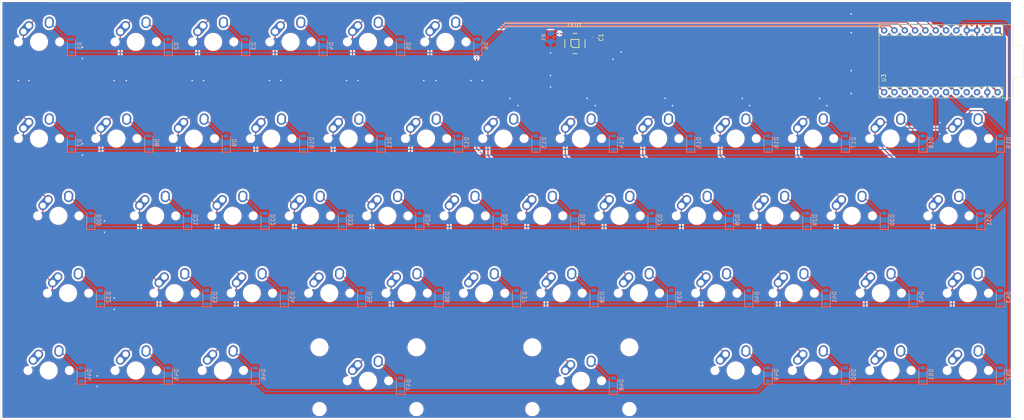
<source format=kicad_pcb>
(kicad_pcb (version 20240108) (generator "pcbnew") (generator_version "8.0")
  (layers (0 "F.Cu" signal) (31 "B.Cu" signal) (34 "B.Paste" user) (35 "F.Paste" user) (36 "B.SilkS" user "B.Silkscreen") (37 "F.SilkS" user "F.Silkscreen") (38 "B.Mask" user) (39 "F.Mask" user) (44 "Edge.Cuts" user))
  (net 0 "")
  (net 1 "ROW0")
  (net 2 "Net-(D1-A)")
  (net 3 "Net-(D2-A)")
  (net 4 "Net-(D3-A)")
  (net 5 "Net-(D4-A)")
  (net 6 "Net-(D5-A)")
  (net 7 "Net-(D6-A)")
  (net 8 "ROW1")
  (net 9 "Net-(D7-A)")
  (net 10 "Net-(D8-A)")
  (net 11 "Net-(D9-A)")
  (net 12 "Net-(D10-A)")
  (net 13 "Net-(D11-A)")
  (net 14 "Net-(D12-A)")
  (net 15 "Net-(D13-A)")
  (net 16 "Net-(D14-A)")
  (net 17 "Net-(D15-A)")
  (net 18 "Net-(D16-A)")
  (net 19 "Net-(D17-A)")
  (net 20 "Net-(D18-A)")
  (net 21 "Net-(D19-A)")
  (net 22 "Net-(D20-A)")
  (net 23 "ROW2")
  (net 24 "Net-(D21-A)")
  (net 25 "Net-(D22-A)")
  (net 26 "Net-(D23-A)")
  (net 27 "Net-(D24-A)")
  (net 28 "Net-(D25-A)")
  (net 29 "Net-(D26-A)")
  (net 30 "Net-(D27-A)")
  (net 31 "Net-(D28-A)")
  (net 32 "Net-(D29-A)")
  (net 33 "Net-(D30-A)")
  (net 34 "Net-(D31-A)")
  (net 35 "ROW3")
  (net 36 "Net-(D32-A)")
  (net 37 "Net-(D33-A)")
  (net 38 "Net-(D34-A)")
  (net 39 "Net-(D35-A)")
  (net 40 "Net-(D36-A)")
  (net 41 "Net-(D37-A)")
  (net 42 "Net-(D38-A)")
  (net 43 "Net-(D39-A)")
  (net 44 "Net-(D40-A)")
  (net 45 "Net-(D41-A)")
  (net 46 "Net-(D42-A)")
  (net 47 "Net-(D43-A)")
  (net 48 "Net-(D44-A)")
  (net 49 "ROW4")
  (net 50 "Net-(D45-A)")
  (net 51 "Net-(D46-A)")
  (net 52 "Net-(D47-A)")
  (net 53 "Net-(D48-A)")
  (net 54 "Net-(D49-A)")
  (net 55 "Net-(D50-A)")
  (net 56 "Net-(D51-A)")
  (net 57 "Net-(D52-A)")
  (net 58 "COL0")
  (net 59 "COL1")
  (net 60 "COL2")
  (net 61 "COL3")
  (net 62 "COL4")
  (net 63 "COL5")
  (net 64 "COL6")
  (net 65 "COL7")
  (net 66 "COL8")
  (net 67 "COL9")
  (net 68 "COL10")
  (net 69 "COL11")
  (net 70 "GND")
  (net 71 "+5V")
  (net 72 "RGBDATA")
  (net 75 "Net-(LED1-DOUT)")
  (footprint "hybrids:MX-1U-NoLED" (layer "F.Cu") (at 228.6 119.0625)
    (property "Reference" "MX50")
    (property "Value" "MX-NoLED")
  )
  (footprint "hybrids:MX-1U-NoLED" (layer "F.Cu") (at 180.975 80.9625)
    (property "Reference" "MX27")
    (property "Value" "MX-NoLED")
  )
  (footprint "hybrids:MX-1U-NoLED" (layer "F.Cu") (at 61.9125 119.0625)
    (property "Reference" "MX45")
    (property "Value" "MX-NoLED")
  )
  (footprint "hybrids:MX-1U-NoLED" (layer "F.Cu") (at 185.7375 100.0125)
    (property "Reference" "MX39")
    (property "Value" "MX-NoLED")
  )
  (footprint "hybrids:MX-1U-NoLED" (layer "F.Cu") (at 76.2 61.9125)
    (property "Reference" "MX9")
    (property "Value" "MX-NoLED")
  )
  (footprint "hybrids:MX-1U-NoLED" (layer "F.Cu") (at 90.4875 100.0125)
    (property "Reference" "MX34")
    (property "Value" "MX-NoLED")
  )
  (footprint "hybrids:MX-1U-NoLED" (layer "F.Cu") (at 109.5375 100.0125)
    (property "Reference" "MX35")
    (property "Value" "MX-NoLED")
  )
  (footprint "hybrids:MX-1.5U-NoLED" (layer "F.Cu") (at 42.8625 80.9625)
    (property "Reference" "MX20")
    (property "Value" "MX-NoLED")
  )
  (footprint "hybrids:MX-1U-NoLED" (layer "F.Cu") (at 200.025 80.9625)
    (property "Reference" "MX28")
    (property "Value" "MX-NoLED")
  )
  (footprint "hybrids:MX-1U-NoLED" (layer "F.Cu") (at 238.125 80.9625)
    (property "Reference" "MX30")
    (property "Value" "MX-NoLED")
  )
  (footprint "hybrids:MX-1U-NoLED" (layer "F.Cu") (at 71.4375 100.0125)
    (property "Reference" "MX33")
    (property "Value" "MX-NoLED")
  )
  (footprint "hybrids:MX-1U-NoLED" (layer "F.Cu") (at 138.1125 38.1)
    (property "Reference" "MX6")
    (property "Value" "MX-NoLED")
  )
  (footprint "hybrids:MX-1U-NoLED" (layer "F.Cu") (at 171.45 61.9125)
    (property "Reference" "MX14")
    (property "Value" "MX-NoLED")
  )
  (footprint "hybrids:MX-1U-NoLED" (layer "F.Cu") (at 80.9625 38.1)
    (property "Reference" "MX3")
    (property "Value" "MX-NoLED")
  )
  (footprint "hybrids:MX-1U-NoLED" (layer "F.Cu") (at 85.725 80.9625)
    (property "Reference" "MX22")
    (property "Value" "MX-NoLED")
  )
  (footprint "hybrids:MX-1U-NoLED" (layer "F.Cu") (at 204.7875 100.0125)
    (property "Reference" "MX40")
    (property "Value" "MX-NoLED")
  )
  (footprint "hybrids:MX-1U-NoLED" (layer "F.Cu") (at 223.8375 100.0125)
    (property "Reference" "MX41")
    (property "Value" "MX-NoLED")
  )
  (footprint "hybrids:MX-1U-NoLED" (layer "F.Cu") (at 161.925 80.9625)
    (property "Reference" "MX26")
    (property "Value" "MX-NoLED")
  )
  (footprint "hybrids:MX-1U-NoLED" (layer "F.Cu") (at 57.15 61.9125)
    (property "Reference" "MX8")
    (property "Value" "MX-NoLED")
  )
  (footprint "hybrids:MX-2.75U-ReversedStabilizers-NoLED" (layer "F.Cu") (at 171.45 121.6025)
    (property "Reference" "MX48")
    (property "Value" "MX-NoLED")
  )
  (footprint "hybrids:MX-1U-NoLED" (layer "F.Cu") (at 100.0125 38.1)
    (property "Reference" "MX4")
    (property "Value" "MX-NoLED")
  )
  (footprint "Capacitor_SMD:C_0603_1608Metric_Pad1.08x0.95mm_HandSolder" (layer "F.Cu") (at 175 37 -90)
    (property "Reference" "C1")
    (property "Value" "C_Small")
  )
  (footprint "hybrids:MX-1U-NoLED" (layer "F.Cu") (at 166.6875 100.0125)
    (property "Reference" "MX38")
    (property "Value" "MX-NoLED")
  )
  (footprint "hybrids:MX-1U-NoLED" (layer "F.Cu") (at 104.775 80.9625)
    (property "Reference" "MX23")
    (property "Value" "MX-NoLED")
  )
  (footprint "hybrids:MX-1U-NoLED" (layer "F.Cu") (at 266.7 119.0625)
    (property "Reference" "MX52")
    (property "Value" "MX-NoLED")
  )
  (footprint "hybrids:MX-1U-NoLED" (layer "F.Cu") (at 228.6 61.9125)
    (property "Reference" "MX17")
    (property "Value" "MX-NoLED")
  )
  (footprint "hybrids:MX-1U-NoLED" (layer "F.Cu") (at 123.825 80.9625)
    (property "Reference" "MX24")
    (property "Value" "MX-NoLED")
  )
  (footprint "hybrids:MX-1U-NoLED" (layer "F.Cu") (at 95.25 61.9125)
    (property "Reference" "MX10")
    (property "Value" "MX-NoLED")
  )
  (footprint "hybrids:MX-1U-NoLED" (layer "F.Cu") (at 266.7 61.9125)
    (property "Reference" "MX19")
    (property "Value" "MX-NoLED")
  )
  (footprint "hybrids:MX-1U-NoLED" (layer "F.Cu") (at 38.1 61.9125)
    (property "Reference" "MX7")
    (property "Value" "MX-NoLED")
  )
  (footprint "ws2812:WS2812B" (layer "F.Cu") (at 170 38.5)
    (property "Reference" "LED1")
    (property "Value" "WS2812B" (hide yes))
  )
  (footprint "hybrids:MX-1U-NoLED" (layer "F.Cu") (at 209.55 61.9125)
    (property "Reference" "MX16")
    (property "Value" "MX-NoLED")
  )
  (footprint "hybrids:MX-1U-NoLED" (layer "F.Cu") (at 219.075 80.9625)
    (property "Reference" "MX29")
    (property "Value" "MX-NoLED")
  )
  (footprint "hybrids:MX-1.25U-NoLED" (layer "F.Cu") (at 83.34375 119.0625)
    (property "Reference" "MX46")
    (property "Value" "MX-NoLED")
  )
  (footprint "hybrids:MX-1U-NoLED" (layer "F.Cu") (at 114.3 61.9125)
    (property "Reference" "MX11")
    (property "Value" "MX-NoLED")
  )
  (footprint "hybrids:MX-1.5U-NoLED" (layer "F.Cu") (at 261.9375 80.9625)
    (property "Reference" "MX31")
    (property "Value" "MX-NoLED")
  )
  (footprint "hybrids:MX-1.25U-NoLED" (layer "F.Cu") (at 245.26875 100.0125)
    (property "Reference" "MX42")
    (property "Value" "MX-NoLED")
  )
  (footprint "hybrids:MX-1U-NoLED" (layer "F.Cu") (at 147.6375 100.0125)
    (property "Reference" "MX37")
    (property "Value" "MX-NoLED")
  )
  (footprint "hybrids:MX-1U-NoLED" (layer "F.Cu") (at 142.875 80.9625)
    (property "Reference" "MX25")
    (property "Value" "MX-NoLED")
  )
  (footprint "hybrids:MX-1U-NoLED" (layer "F.Cu") (at 128.5875 100.0125)
    (property "Reference" "MX36")
    (property "Value" "MX-NoLED")
  )
  (footprint "hybrids:MX-1U-NoLED" (layer "F.Cu") (at 247.65 61.9125)
    (property "Reference" "MX18")
    (property "Value" "MX-NoLED")
  )
  (footprint "hybrids:MX-1U-NoLED" (layer "F.Cu") (at 266.7 100.0125)
    (property "Reference" "MX43")
    (property "Value" "MX-NoLED")
  )
  (footprint "hybrids:MX-1U-NoLED" (layer "F.Cu") (at 38.1 38.1)
    (property "Reference" "MX1")
    (property "Value" "MX-NoLED")
  )
  (footprint "arduino:Sparkfun_Pro_Micro" (layer "F.Cu") (at 246.1 50.5 90)
    (property "Reference" "U3")
    (property "Value" "Sparkfun_Pro_Micro")
  )
  (footprint "hybrids:MX-1U-NoLED" (layer "F.Cu") (at 133.35 61.9125)
    (property "Reference" "MX12")
    (property "Value" "MX-NoLED")
  )
  (footprint "hybrids:MX-1U-NoLED" (layer "F.Cu") (at 190.5 61.9125)
    (property "Reference" "MX15")
    (property "Value" "MX-NoLED")
  )
  (footprint "hybrids:MX-1U-NoLED" (layer "F.Cu") (at 209.55 119.0625)
    (property "Reference" "MX49")
    (property "Value" "MX-NoLED")
  )
  (footprint "hybrids:MX-2.25U-ReversedStabilizers-NoLED" (layer "F.Cu") (at 119.0625 121.6025)
    (property "Reference" "MX47")
    (property "Value" "MX-NoLED")
  )
  (footprint "hybrids:MX-1U-NoLED" (layer "F.Cu") (at 119.0625 38.1)
    (property "Reference" "MX5")
    (property "Value" "MX-NoLED")
  )
  (footprint "hybrids:MX-1U-NoLED" (layer "F.Cu") (at 152.4 61.9125)
    (property "Reference" "MX13")
    (property "Value" "MX-NoLED")
  )
  (footprint "hybrids:MX-1U-NoLED" (layer "F.Cu") (at 61.9125 38.1)
    (property "Reference" "MX2")
    (property "Value" "MX-NoLED")
  )
  (footprint "hybrids:MX-1U-NoLED" (layer "F.Cu") (at 66.675 80.9625)
    (property "Reference" "MX21")
    (property "Value" "MX-NoLED")
  )
  (footprint "hybrids:MX-1U-NoLED" (layer "F.Cu") (at 247.65 119.0625)
    (property "Reference" "MX51")
    (property "Value" "MX-NoLED")
  )
  (footprint "hybrids:MX-1.75U-NoLED" (layer "F.Cu") (at 45.24375 100.0125)
    (property "Reference" "MX32")
    (property "Value" "MX-NoLED")
  )
  (footprint "hybrids:MX-1.25U-NoLED" (layer "F.Cu") (at 40.48125 119.0625)
    (property "Reference" "MX44")
    (property "Value" "MX-NoLED")
  )
  (footprint "Diode_SMD:D_SOD-123" (layer "B.Cu") (at 91.34375 120.0625 90)
    (property "Reference" "D46")
    (property "Value" "D_Small")
  )
  (footprint "Diode_SMD:D_SOD-123" (layer "B.Cu") (at 212.7875 101.0125 90)
    (property "Reference" "D40")
    (property "Value" "D_Small")
  )
  (footprint "Diode_SMD:D_SOD-123" (layer "B.Cu") (at 46.1 39.1 90)
    (property "Reference" "D1")
    (property "Value" "D_Small")
  )
  (footprint "Diode_SMD:D_SOD-123" (layer "B.Cu") (at 136.5875 101.0125 90)
    (property "Reference" "D36")
    (property "Value" "D_Small")
  )
  (footprint "Diode_SMD:D_SOD-123" (layer "B.Cu") (at 217.55 120.0625 90)
    (property "Reference" "D49")
    (property "Value" "D_Small")
  )
  (footprint "Diode_SMD:D_SOD-123" (layer "B.Cu") (at 160.4 62.9125 90)
    (property "Reference" "D13")
    (property "Value" "D_Small")
  )
  (footprint "Diode_SMD:D_SOD-123" (layer "B.Cu") (at 50.8625 81.9625 90)
    (property "Reference" "D20")
    (property "Value" "D_Small")
  )
  (footprint "Diode_SMD:D_SOD-123" (layer "B.Cu") (at 103.25 62.9125 90)
    (property "Reference" "D10")
    (property "Value" "D_Small")
  )
  (footprint "Diode_SMD:D_SOD-123" (layer "B.Cu") (at 217.55 62.9125 90)
    (property "Reference" "D16")
    (property "Value" "D_Small")
  )
  (footprint "Diode_SMD:D_SOD-123" (layer "B.Cu") (at 117.5375 101.0125 90)
    (property "Reference" "D35")
    (property "Value" "D_Small")
  )
  (footprint "Diode_SMD:D_SOD-123" (layer "B.Cu") (at 84.2 62.9125 90)
    (property "Reference" "D9")
    (property "Value" "D_Small")
  )
  (footprint "Diode_SMD:D_SOD-123" (layer "B.Cu") (at 236.6 62.9125 90)
    (property "Reference" "D17")
    (property "Value" "D_Small")
  )
  (footprint "Diode_SMD:D_SOD-123" (layer "B.Cu") (at 127.0625 39.1 90)
    (property "Reference" "D5")
    (property "Value" "D_Small")
  )
  (footprint "Diode_SMD:D_SOD-123" (layer "B.Cu") (at 198.5 62.9125 90)
    (property "Reference" "D15")
    (property "Value" "D_Small")
  )
  (footprint "Diode_SMD:D_SOD-123" (layer "B.Cu") (at 255.65 62.9125 90)
    (property "Reference" "D18")
    (property "Value" "D_Small")
  )
  (footprint "Diode_SMD:D_SOD-123" (layer "B.Cu") (at 65.15 62.9125 90)
    (property "Reference" "D8")
    (property "Value" "D_Small")
  )
  (footprint "Diode_SMD:D_SOD-123" (layer "B.Cu") (at 88.9625 39.1 90)
    (property "Reference" "D3")
    (property "Value" "D_Small")
  )
  (footprint "Diode_SMD:D_SOD-123" (layer "B.Cu") (at 193.7375 101.0125 90)
    (property "Reference" "D39")
    (property "Value" "D_Small")
  )
  (footprint "Diode_SMD:D_SOD-123" (layer "B.Cu") (at 98.4875 101.0125 90)
    (property "Reference" "D34")
    (property "Value" "D_Small")
  )
  (footprint "Diode_SMD:D_SOD-123" (layer "B.Cu") (at 231.8375 101.0125 90)
    (property "Reference" "D41")
    (property "Value" "D_Small")
  )
  (footprint "Diode_SMD:D_SOD-123" (layer "B.Cu") (at 253.26875 101.0125 90)
    (property "Reference" "D42")
    (property "Value" "D_Small")
  )
  (footprint "Resistor_SMD:R_0805_2012Metric_Pad1.20x1.40mm_HandSolder" (layer "B.Cu") (at 164 37 -90)
    (property "Reference" "R1")
    (property "Value" "R_Small")
  )
  (footprint "Diode_SMD:D_SOD-123" (layer "B.Cu") (at 255.65 120.0625 90)
    (property "Reference" "D51")
    (property "Value" "D_Small")
  )
  (footprint "Diode_SMD:D_SOD-123" (layer "B.Cu") (at 236.6 120.0625 90)
    (property "Reference" "D50")
    (property "Value" "D_Small")
  )
  (footprint "Diode_SMD:D_SOD-123" (layer "B.Cu") (at 174.6875 101.0125 90)
    (property "Reference" "D38")
    (property "Value" "D_Small")
  )
  (footprint "Diode_SMD:D_SOD-123" (layer "B.Cu") (at 46.1 62.9125 90)
    (property "Reference" "D7")
    (property "Value" "D_Small")
  )
  (footprint "Diode_SMD:D_SOD-123" (layer "B.Cu") (at 74.675 81.9625 90)
    (property "Reference" "D21")
    (property "Value" "D_Small")
  )
  (footprint "Diode_SMD:D_SOD-123" (layer "B.Cu") (at 227.075 81.9625 90)
    (property "Reference" "D29")
    (property "Value" "D_Small")
  )
  (footprint "Diode_SMD:D_SOD-123" (layer "B.Cu") (at 269.9375 81.9625 90)
    (property "Reference" "D31")
    (property "Value" "D_Small")
  )
  (footprint "Diode_SMD:D_SOD-123" (layer "B.Cu") (at 155.6375 101.0125 90)
    (property "Reference" "D37")
    (property "Value" "D_Small")
  )
  (footprint "Diode_SMD:D_SOD-123" (layer "B.Cu") (at 93.725 81.9625 90)
    (property "Reference" "D22")
    (property "Value" "D_Small")
  )
  (footprint "Diode_SMD:D_SOD-123" (layer "B.Cu") (at 53.24375 101.0125 90)
    (property "Reference" "D32")
    (property "Value" "D_Small")
  )
  (footprint "Diode_SMD:D_SOD-123" (layer "B.Cu") (at 112.775 81.9625 90)
    (property "Reference" "D23")
    (property "Value" "D_Small")
  )
  (footprint "Diode_SMD:D_SOD-123" (layer "B.Cu") (at 274.7 120.0625 90)
    (property "Reference" "D52")
    (property "Value" "D_Small")
  )
  (footprint "Diode_SMD:D_SOD-123" (layer "B.Cu") (at 79.4375 101.0125 90)
    (property "Reference" "D33")
    (property "Value" "D_Small")
  )
  (footprint "Diode_SMD:D_SOD-123" (layer "B.Cu") (at 69.9125 39.1 90)
    (property "Reference" "D2")
    (property "Value" "D_Small")
  )
  (footprint "Diode_SMD:D_SOD-123" (layer "B.Cu") (at 179.45 122.6025 90)
    (property "Reference" "D48")
    (property "Value" "D_Small")
  )
  (footprint "Diode_SMD:D_SOD-123" (layer "B.Cu") (at 179.45 62.9125 90)
    (property "Reference" "D14")
    (property "Value" "D_Small")
  )
  (footprint "Diode_SMD:D_SOD-123" (layer "B.Cu") (at 48.48125 120.0625 90)
    (property "Reference" "D44")
    (property "Value" "D_Small")
  )
  (footprint "Diode_SMD:D_SOD-123" (layer "B.Cu") (at 150.875 81.9625 90)
    (property "Reference" "D25")
    (property "Value" "D_Small")
  )
  (footprint "Diode_SMD:D_SOD-123" (layer "B.Cu") (at 246.125 81.9625 90)
    (property "Reference" "D30")
    (property "Value" "D_Small")
  )
  (footprint "Diode_SMD:D_SOD-123" (layer "B.Cu") (at 169.925 81.9625 90)
    (property "Reference" "D26")
    (property "Value" "D_Small")
  )
  (footprint "Diode_SMD:D_SOD-123" (layer "B.Cu") (at 274.7 101.0125 90)
    (property "Reference" "D43")
    (property "Value" "D_Small")
  )
  (footprint "Diode_SMD:D_SOD-123" (layer "B.Cu") (at 69.9125 120.0625 90)
    (property "Reference" "D45")
    (property "Value" "D_Small")
  )
  (footprint "Diode_SMD:D_SOD-123" (layer "B.Cu") (at 127.0625 122.6025 90)
    (property "Reference" "D47")
    (property "Value" "D_Small")
  )
  (footprint "Diode_SMD:D_SOD-123" (layer "B.Cu") (at 188.975 81.9625 90)
    (property "Reference" "D27")
    (property "Value" "D_Small")
  )
  (footprint "Diode_SMD:D_SOD-123" (layer "B.Cu") (at 108.0125 39.1 90)
    (property "Reference" "D4")
    (property "Value" "D_Small")
  )
  (footprint "Diode_SMD:D_SOD-123" (layer "B.Cu") (at 131.825 81.9625 90)
    (property "Reference" "D24")
    (property "Value" "D_Small")
  )
  (footprint "Diode_SMD:D_SOD-123" (layer "B.Cu") (at 208.025 81.9625 90)
    (property "Reference" "D28")
    (property "Value" "D_Small")
  )
  (footprint "Diode_SMD:D_SOD-123" (layer "B.Cu") (at 141.35 62.9125 90)
    (property "Reference" "D12")
    (property "Value" "D_Small")
  )
  (footprint "Diode_SMD:D_SOD-123" (layer "B.Cu") (at 122.3 62.9125 90)
    (property "Reference" "D11")
    (property "Value" "D_Small")
  )
  (footprint "Diode_SMD:D_SOD-123" (layer "B.Cu") (at 146.1125 39.1 90)
    (property "Reference" "D6")
    (property "Value" "D_Small")
  )
  (footprint "Diode_SMD:D_SOD-123" (layer "B.Cu") (at 274.7 62.9125 90)
    (property "Reference" "D19")
    (property "Value" "D_Small")
  )
  (gr_rect (start 28.6 27.8) (end 277.8 131.2) (stroke (width 0.05)) (fill none) (layer "Edge.Cuts"))
  (segment (start 145.8 42) (end 145.8 64.3375) (width 0.25) (layer "F.Cu") (net 1))
  (segment (start 145.8 64.3375) (end 146.6 65.1375) (width 0.25) (layer "F.Cu") (net 1))
  (via (at 145.8 42) (size 0.5) (drill 0.35) (layers "F.Cu" "B.Cu") (net 1))
  (via (at 146.6 65.1375) (size 0.5) (drill 0.35) (layers "F.Cu" "B.Cu") (net 1))
  (segment (start 153.0625 33.8) (end 259.88 33.8) (width 0.25) (layer "B.Cu") (net 1))
  (segment (start 259.88 33.8) (end 261.34 35.26) (width 0.25) (layer "B.Cu") (net 1))
  (segment (start 145.8 41.0625) (end 146.1125 40.75) (width 0.25) (layer "B.Cu") (net 1))
  (segment (start 146.6 65.1375) (end 147.4625 66) (width 0.25) (layer "B.Cu") (net 1))
  (segment (start 127.0625 40.75) (end 146.1125 40.75) (width 0.25) (layer "B.Cu") (net 1))
  (segment (start 46.1 40.75) (end 69.9125 40.75) (width 0.25) (layer "B.Cu") (net 1))
  (segment (start 108.0125 40.75) (end 127.0625 40.75) (width 0.25) (layer "B.Cu") (net 1))
  (segment (start 145.8 42) (end 145.8 41.0625) (width 0.25) (layer "B.Cu") (net 1))
  (segment (start 88.9625 40.75) (end 108.0125 40.75) (width 0.25) (layer "B.Cu") (net 1))
  (segment (start 146.1125 40.75) (end 153.0625 33.8) (width 0.25) (layer "B.Cu") (net 1))
  (segment (start 69.9125 40.75) (end 88.9625 40.75) (width 0.25) (layer "B.Cu") (net 1))
  (segment (start 147.4625 66) (end 273.2625 66) (width 0.25) (layer "B.Cu") (net 1))
  (segment (start 273.2625 66) (end 274.7 64.5625) (width 0.25) (layer "B.Cu") (net 1))
  (segment (start 41.1 33.6) (end 44.95 37.45) (width 0.25) (layer "B.Cu") (net 2))
  (segment (start 44.95 37.45) (end 46.1 37.45) (width 0.25) (layer "B.Cu") (net 2))
  (segment (start 40.6 33.6) (end 41.1 33.6) (width 0.25) (layer "B.Cu") (net 2))
  (segment (start 68.95 37.45) (end 69.9125 37.45) (width 0.25) (layer "B.Cu") (net 3))
  (segment (start 65.1 33.6) (end 68.95 37.45) (width 0.25) (layer "B.Cu") (net 3))
  (segment (start 64.4125 33.6) (end 65.1 33.6) (width 0.25) (layer "B.Cu") (net 3))
  (segment (start 87.95 37.45) (end 88.9625 37.45) (width 0.25) (layer "B.Cu") (net 4))
  (segment (start 84 33.5) (end 87.95 37.45) (width 0.25) (layer "B.Cu") (net 4))
  (segment (start 83.5625 33.5) (end 84 33.5) (width 0.25) (layer "B.Cu") (net 4))
  (segment (start 83.4625 33.6) (end 83.5625 33.5) (width 0.25) (layer "B.Cu") (net 4))
  (segment (start 102.5525 33.02) (end 106.9825 37.45) (width 0.25) (layer "B.Cu") (net 5))
  (segment (start 106.9825 37.45) (end 108.0125 37.45) (width 0.25) (layer "B.Cu") (net 5))
  (segment (start 121.6025 33.02) (end 126.0325 37.45) (width 0.25) (layer "B.Cu") (net 6))
  (segment (start 126.0325 37.45) (end 127.0625 37.45) (width 0.25) (layer "B.Cu") (net 6))
  (segment (start 145.0825 37.45) (end 146.1125 37.45) (width 0.25) (layer "B.Cu") (net 7))
  (segment (start 140.6525 33.02) (end 145.0825 37.45) (width 0.25) (layer "B.Cu") (net 7))
  (segment (start 236.6 64.5625) (end 255.65 64.5625) (width 0.25) (layer "B.Cu") (net 8))
  (segment (start 84.2 64.5625) (end 103.25 64.5625) (width 0.25) (layer "B.Cu") (net 8))
  (segment (start 258.8 50.5) (end 258.8 61.4125) (width 0.25) (layer "B.Cu") (net 8))
  (segment (start 122.3 64.5625) (end 141.35 64.5625) (width 0.25) (layer "B.Cu") (net 8))
  (segment (start 258.8 61.4125) (end 255.65 64.5625) (width 0.25) (layer "B.Cu") (net 8))
  (segment (start 141.35 64.5625) (end 160.4 64.5625) (width 0.25) (layer "B.Cu") (net 8))
  (segment (start 103.25 64.5625) (end 122.3 64.5625) (width 0.25) (layer "B.Cu") (net 8))
  (segment (start 46.1 64.5625) (end 47.2 64.5625) (width 0.25) (layer "B.Cu") (net 8))
  (segment (start 198.5 64.5625) (end 217.55 64.5625) (width 0.25) (layer "B.Cu") (net 8))
  (segment (start 160.4 64.5625) (end 179.45 64.5625) (width 0.25) (layer "B.Cu") (net 8))
  (segment (start 217.55 64.5625) (end 236.6 64.5625) (width 0.25) (layer "B.Cu") (net 8))
  (segment (start 47.2 64.5625) (end 65.15 64.5625) (width 0.25) (layer "B.Cu") (net 8))
  (segment (start 179.45 64.5625) (end 198.5 64.5625) (width 0.25) (layer "B.Cu") (net 8))
  (segment (start 65.15 64.5625) (end 84.2 64.5625) (width 0.25) (layer "B.Cu") (net 8))
  (segment (start 40.64 56.8325) (end 45.07 61.2625) (width 0.25) (layer "B.Cu") (net 9))
  (segment (start 45.07 61.2625) (end 46.1 61.2625) (width 0.25) (layer "B.Cu") (net 9))
  (segment (start 64.12 61.2625) (end 65.15 61.2625) (width 0.25) (layer "B.Cu") (net 10))
  (segment (start 59.69 56.8325) (end 64.12 61.2625) (width 0.25) (layer "B.Cu") (net 10))
  (segment (start 83.17 61.2625) (end 84.2 61.2625) (width 0.25) (layer "B.Cu") (net 11))
  (segment (start 78.74 56.8325) (end 83.17 61.2625) (width 0.25) (layer "B.Cu") (net 11))
  (segment (start 102.22 61.2625) (end 103.25 61.2625) (width 0.25) (layer "B.Cu") (net 12))
  (segment (start 97.79 56.8325) (end 102.22 61.2625) (width 0.25) (layer "B.Cu") (net 12))
  (segment (start 121.27 61.2625) (end 122.3 61.2625) (width 0.25) (layer "B.Cu") (net 13))
  (segment (start 116.84 56.8325) (end 121.27 61.2625) (width 0.25) (layer "B.Cu") (net 13))
  (segment (start 140.32 61.2625) (end 141.35 61.2625) (width 0.25) (layer "B.Cu") (net 14))
  (segment (start 135.89 56.8325) (end 140.32 61.2625) (width 0.25) (layer "B.Cu") (net 14))
  (segment (start 159.37 61.2625) (end 160.4 61.2625) (width 0.25) (layer "B.Cu") (net 15))
  (segment (start 154.94 56.8325) (end 159.37 61.2625) (width 0.25) (layer "B.Cu") (net 15))
  (segment (start 178.42 61.2625) (end 179.45 61.2625) (width 0.25) (layer "B.Cu") (net 16))
  (segment (start 173.99 56.8325) (end 178.42 61.2625) (width 0.25) (layer "B.Cu") (net 16))
  (segment (start 193.04 56.8325) (end 197.47 61.2625) (width 0.25) (layer "B.Cu") (net 17))
  (segment (start 197.47 61.2625) (end 198.5 61.2625) (width 0.25) (layer "B.Cu") (net 17))
  (segment (start 216.52 61.2625) (end 217.55 61.2625) (width 0.25) (layer "B.Cu") (net 18))
  (segment (start 212.09 56.8325) (end 216.52 61.2625) (width 0.25) (layer "B.Cu") (net 18))
  (segment (start 235.57 61.2625) (end 236.6 61.2625) (width 0.25) (layer "B.Cu") (net 19))
  (segment (start 231.14 56.8325) (end 235.57 61.2625) (width 0.25) (layer "B.Cu") (net 19))
  (segment (start 254.62 61.2625) (end 255.65 61.2625) (width 0.25) (layer "B.Cu") (net 20))
  (segment (start 250.19 56.8325) (end 254.62 61.2625) (width 0.25) (layer "B.Cu") (net 20))
  (segment (start 273.67 61.2625) (end 274.7 61.2625) (width 0.25) (layer "B.Cu") (net 21))
  (segment (start 269.24 56.8325) (end 273.67 61.2625) (width 0.25) (layer "B.Cu") (net 21))
  (segment (start 49.8325 80.3125) (end 50.8625 80.3125) (width 0.25) (layer "B.Cu") (net 22))
  (segment (start 45.4025 75.8825) (end 49.8325 80.3125) (width 0.25) (layer "B.Cu") (net 22))
  (segment (start 270 55) (end 276.2 61.2) (width 0.25) (layer "B.Cu") (net 23))
  (segment (start 246.125 83.6125) (end 269.9375 83.6125) (width 0.25) (layer "B.Cu") (net 23))
  (segment (start 265.84 55) (end 270 55) (width 0.25) (layer "B.Cu") (net 23))
  (segment (start 276.2 77.35) (end 269.9375 83.6125) (width 0.25) (layer "B.Cu") (net 23))
  (segment (start 74.675 83.6125) (end 93.725 83.6125) (width 0.25) (layer "B.Cu") (net 23))
  (segment (start 169.925 83.6125) (end 188.975 83.6125) (width 0.25) (layer "B.Cu") (net 23))
  (segment (start 227.075 83.6125) (end 246.125 83.6125) (width 0.25) (layer "B.Cu") (net 23))
  (segment (start 150.875 83.6125) (end 169.925 83.6125) (width 0.25) (layer "B.Cu") (net 23))
  (segment (start 208.025 83.6125) (end 227.075 83.6125) (width 0.25) (layer "B.Cu") (net 23))
  (segment (start 131.825 83.6125) (end 150.875 83.6125) (width 0.25) (layer "B.Cu") (net 23))
  (segment (start 93.725 83.6125) (end 112.775 83.6125) (width 0.25) (layer "B.Cu") (net 23))
  (segment (start 50.8625 83.6125) (end 74.675 83.6125) (width 0.25) (layer "B.Cu") (net 23))
  (segment (start 276.2 61.2) (end 276.2 77.35) (width 0.25) (layer "B.Cu") (net 23))
  (segment (start 261.34 50.5) (end 265.84 55) (width 0.25) (layer "B.Cu") (net 23))
  (segment (start 112.775 83.6125) (end 131.825 83.6125) (width 0.25) (layer "B.Cu") (net 23))
  (segment (start 188.975 83.6125) (end 208.025 83.6125) (width 0.25) (layer "B.Cu") (net 23))
  (segment (start 73.645 80.3125) (end 74.675 80.3125) (width 0.25) (layer "B.Cu") (net 24))
  (segment (start 69.215 75.8825) (end 73.645 80.3125) (width 0.25) (layer "B.Cu") (net 24))
  (segment (start 92.695 80.3125) (end 93.725 80.3125) (width 0.25) (layer "B.Cu") (net 25))
  (segment (start 88.265 75.8825) (end 92.695 80.3125) (width 0.25) (layer "B.Cu") (net 25))
  (segment (start 111.745 80.3125) (end 112.775 80.3125) (width 0.25) (layer "B.Cu") (net 26))
  (segment (start 107.315 75.8825) (end 111.745 80.3125) (width 0.25) (layer "B.Cu") (net 26))
  (segment (start 126.365 75.8825) (end 130.795 80.3125) (width 0.25) (layer "B.Cu") (net 27))
  (segment (start 130.795 80.3125) (end 131.825 80.3125) (width 0.25) (layer "B.Cu") (net 27))
  (segment (start 149.845 80.3125) (end 150.875 80.3125) (width 0.25) (layer "B.Cu") (net 28))
  (segment (start 145.415 75.8825) (end 149.845 80.3125) (width 0.25) (layer "B.Cu") (net 28))
  (segment (start 168.895 80.3125) (end 169.925 80.3125) (width 0.25) (layer "B.Cu") (net 29))
  (segment (start 164.465 75.8825) (end 168.895 80.3125) (width 0.25) (layer "B.Cu") (net 29))
  (segment (start 183.515 75.8825) (end 187.945 80.3125) (width 0.25) (layer "B.Cu") (net 30))
  (segment (start 187.945 80.3125) (end 188.975 80.3125) (width 0.25) (layer "B.Cu") (net 30))
  (segment (start 206.995 80.3125) (end 208.025 80.3125) (width 0.25) (layer "B.Cu") (net 31))
  (segment (start 202.565 75.8825) (end 206.995 80.3125) (width 0.25) (layer "B.Cu") (net 31))
  (segment (start 226.045 80.3125) (end 227.075 80.3125) (width 0.25) (layer "B.Cu") (net 32))
  (segment (start 221.615 75.8825) (end 226.045 80.3125) (width 0.25) (layer "B.Cu") (net 32))
  (segment (start 245.095 80.3125) (end 246.125 80.3125) (width 0.25) (layer "B.Cu") (net 33))
  (segment (start 240.665 75.8825) (end 245.095 80.3125) (width 0.25) (layer "B.Cu") (net 33))
  (segment (start 264.4775 75.8825) (end 268.9075 80.3125) (width 0.25) (layer "B.Cu") (net 34))
  (segment (start 268.9075 80.3125) (end 269.9375 80.3125) (width 0.25) (layer "B.Cu") (net 34))
  (segment (start 276.65 100.7125) (end 276.65 35.25) (width 0.25) (layer "B.Cu") (net 35))
  (segment (start 231.8375 102.6625) (end 253.26875 102.6625) (width 0.25) (layer "B.Cu") (net 35))
  (segment (start 174.6875 102.6625) (end 193.7375 102.6625) (width 0.25) (layer "B.Cu") (net 35))
  (segment (start 98.4875 102.6625) (end 117.5375 102.6625) (width 0.25) (layer "B.Cu") (net 35))
  (segment (start 212.7875 102.6625) (end 231.8375 102.6625) (width 0.25) (layer "B.Cu") (net 35))
  (segment (start 253.26875 102.6625) (end 274.7 102.6625) (width 0.25) (layer "B.Cu") (net 35))
  (segment (start 155.6375 102.6625) (end 174.6875 102.6625) (width 0.25) (layer "B.Cu") (net 35))
  (segment (start 193.7375 102.6625) (end 212.7875 102.6625) (width 0.25) (layer "B.Cu") (net 35))
  (segment (start 275.2 33.8) (end 272.96 33.8) (width 0.25) (layer "B.Cu") (net 35))
  (segment (start 136.5875 102.6625) (end 155.6375 102.6625) (width 0.25) (layer "B.Cu") (net 35))
  (segment (start 271.5 35.3) (end 271.5 35.26) (width 0.25) (layer "B.Cu") (net 35))
  (segment (start 272.96 33.8) (end 271.5 35.26) (width 0.25) (layer "B.Cu") (net 35))
  (segment (start 53.24375 102.6625) (end 79.4375 102.6625) (width 0.25) (layer "B.Cu") (net 35))
  (segment (start 117.5375 102.6625) (end 136.5875 102.6625) (width 0.25) (layer "B.Cu") (net 35))
  (segment (start 79.4375 102.6625) (end 98.4875 102.6625) (width 0.25) (layer "B.Cu") (net 35))
  (segment (start 276.65 35.25) (end 275.2 33.8) (width 0.25) (layer "B.Cu") (net 35))
  (segment (start 274.7 102.6625) (end 276.65 100.7125) (width 0.25) (layer "B.Cu") (net 35))
  (segment (start 52.21375 99.3625) (end 53.24375 99.3625) (width 0.25) (layer "B.Cu") (net 36))
  (segment (start 47.78375 94.9325) (end 52.21375 99.3625) (width 0.25) (layer "B.Cu") (net 36))
  (segment (start 73.9775 94.9325) (end 78.4075 99.3625) (width 0.25) (layer "B.Cu") (net 37))
  (segment (start 78.4075 99.3625) (end 79.4375 99.3625) (width 0.25) (layer "B.Cu") (net 37))
  (segment (start 97.4575 99.3625) (end 98.4875 99.3625) (width 0.25) (layer "B.Cu") (net 38))
  (segment (start 93.0275 94.9325) (end 97.4575 99.3625) (width 0.25) (layer "B.Cu") (net 38))
  (segment (start 116.5075 99.3625) (end 117.5375 99.3625) (width 0.25) (layer "B.Cu") (net 39))
  (segment (start 112.0775 94.9325) (end 116.5075 99.3625) (width 0.25) (layer "B.Cu") (net 39))
  (segment (start 131.1275 94.9325) (end 135.5575 99.3625) (width 0.25) (layer "B.Cu") (net 40))
  (segment (start 135.5575 99.3625) (end 136.5875 99.3625) (width 0.25) (layer "B.Cu") (net 40))
  (segment (start 154.6075 99.3625) (end 155.6375 99.3625) (width 0.25) (layer "B.Cu") (net 41))
  (segment (start 150.1775 94.9325) (end 154.6075 99.3625) (width 0.25) (layer "B.Cu") (net 41))
  (segment (start 169.2275 94.9325) (end 173.6575 99.3625) (width 0.25) (layer "B.Cu") (net 42))
  (segment (start 173.6575 99.3625) (end 174.6875 99.3625) (width 0.25) (layer "B.Cu") (net 42))
  (segment (start 188.2775 94.9325) (end 192.7075 99.3625) (width 0.25) (layer "B.Cu") (net 43))
  (segment (start 192.7075 99.3625) (end 193.7375 99.3625) (width 0.25) (layer "B.Cu") (net 43))
  (segment (start 207.3275 94.9325) (end 211.7575 99.3625) (width 0.25) (layer "B.Cu") (net 44))
  (segment (start 211.7575 99.3625) (end 212.7875 99.3625) (width 0.25) (layer "B.Cu") (net 44))
  (segment (start 230.8075 99.3625) (end 231.8375 99.3625) (width 0.25) (layer "B.Cu") (net 45))
  (segment (start 226.3775 94.9325) (end 230.8075 99.3625) (width 0.25) (layer "B.Cu") (net 45))
  (segment (start 247.80875 94.9325) (end 252.23875 99.3625) (width 0.25) (layer "B.Cu") (net 46))
  (segment (start 252.23875 99.3625) (end 253.26875 99.3625) (width 0.25) (layer "B.Cu") (net 46))
  (segment (start 273.67 99.3625) (end 274.7 99.3625) (width 0.25) (layer "B.Cu") (net 47))
  (segment (start 269.24 94.9325) (end 273.67 99.3625) (width 0.25) (layer "B.Cu") (net 47))
  (segment (start 43.02125 113.9825) (end 47.45125 118.4125) (width 0.25) (layer "B.Cu") (net 48))
  (segment (start 47.45125 118.4125) (end 48.48125 118.4125) (width 0.25) (layer "B.Cu") (net 48))
  (segment (start 69.9125 121.7125) (end 91.34375 121.7125) (width 0.25) (layer "B.Cu") (net 49))
  (segment (start 236.6 121.7125) (end 255.65 121.7125) (width 0.25) (layer "B.Cu") (net 49))
  (segment (start 265.79 33.35) (end 263.88 35.26) (width 0.25) (layer "B.Cu") (net 49))
  (segment (start 275.386396 33.35) (end 265.79 33.35) (width 0.25) (layer "B.Cu") (net 49))
  (segment (start 255.65 121.7125) (end 274.7 121.7125) (width 0.25) (layer "B.Cu") (net 49))
  (segment (start 277.1 119.7) (end 277.1 35.063604) (width 0.25) (layer "B.Cu") (net 49))
  (segment (start 217.55 121.7125) (end 236.6 121.7125) (width 0.25) (layer "B.Cu") (net 49))
  (segment (start 127.0625 124.2525) (end 179.45 124.2525) (width 0.25) (layer "B.Cu") (net 49))
  (segment (start 93.88375 124.2525) (end 127.0625 124.2525) (width 0.25) (layer "B.Cu") (net 49))
  (segment (start 48.48125 121.7125) (end 69.9125 121.7125) (width 0.25) (layer "B.Cu") (net 49))
  (segment (start 91.34375 121.7125) (end 93.88375 124.2525) (width 0.25) (layer "B.Cu") (net 49))
  (segment (start 215.01 124.2525) (end 217.55 121.7125) (width 0.25) (layer "B.Cu") (net 49))
  (segment (start 179.45 124.2525) (end 215.01 124.2525) (width 0.25) (layer "B.Cu") (net 49))
  (segment (start 275.0875 121.7125) (end 277.1 119.7) (width 0.25) (layer "B.Cu") (net 49))
  (segment (start 274.7 121.7125) (end 275.0875 121.7125) (width 0.25) (layer "B.Cu") (net 49))
  (segment (start 277.1 35.063604) (end 275.386396 33.35) (width 0.25) (layer "B.Cu") (net 49))
  (segment (start 68.8825 118.4125) (end 69.9125 118.4125) (width 0.25) (layer "B.Cu") (net 50))
  (segment (start 64.4525 113.9825) (end 68.8825 118.4125) (width 0.25) (layer "B.Cu") (net 50))
  (segment (start 85.88375 113.9825) (end 90.31375 118.4125) (width 0.25) (layer "B.Cu") (net 51))
  (segment (start 90.31375 118.4125) (end 91.34375 118.4125) (width 0.25) (layer "B.Cu") (net 51))
  (segment (start 121.6025 116.5225) (end 126.0325 120.9525) (width 0.25) (layer "B.Cu") (net 52))
  (segment (start 126.0325 120.9525) (end 127.0625 120.9525) (width 0.25) (layer "B.Cu") (net 52))
  (segment (start 178.42 120.9525) (end 179.45 120.9525) (width 0.25) (layer "B.Cu") (net 53))
  (segment (start 173.99 116.5225) (end 178.42 120.9525) (width 0.25) (layer "B.Cu") (net 53))
  (segment (start 216.52 118.4125) (end 217.55 118.4125) (width 0.25) (layer "B.Cu") (net 54))
  (segment (start 212.09 113.9825) (end 216.52 118.4125) (width 0.25) (layer "B.Cu") (net 54))
  (segment (start 231.14 113.9825) (end 235.57 118.4125) (width 0.25) (layer "B.Cu") (net 55))
  (segment (start 235.57 118.4125) (end 236.6 118.4125) (width 0.25) (layer "B.Cu") (net 55))
  (segment (start 254.62 118.4125) (end 255.65 118.4125) (width 0.25) (layer "B.Cu") (net 56))
  (segment (start 250.19 113.9825) (end 254.62 118.4125) (width 0.25) (layer "B.Cu") (net 56))
  (segment (start 273.67 118.4125) (end 274.7 118.4125) (width 0.25) (layer "B.Cu") (net 57))
  (segment (start 269.24 113.9825) (end 273.67 118.4125) (width 0.25) (layer "B.Cu") (net 57))
  (segment (start 34.29 59.3725) (end 34.29 70.89) (width 0.25) (layer "F.Cu") (net 58))
  (segment (start 34.29 56.6025) (end 35.6 57.9125) (width 0.25) (layer "F.Cu") (net 58))
  (segment (start 40.7 29) (end 142.236396 29) (width 0.25) (layer "F.Cu") (net 58))
  (segment (start 142.236396 29) (end 145.571396 32.335) (width 0.25) (layer "F.Cu") (net 58))
  (segment (start 35.6 34.1) (end 40.7 29) (width 0.25) (layer "F.Cu") (net 58))
  (segment (start 41.43375 97.4725) (end 41.43375 111.61) (width 0.25) (layer "F.Cu") (net 58))
  (segment (start 39.0525 95.09125) (end 41.43375 97.4725) (width 0.25) (layer "F.Cu") (net 58))
  (segment (start 34.29 35.56) (end 34.29 56.6025) (width 0.25) (layer "F.Cu") (net 58))
  (segment (start 34.29 70.89) (end 40.3625 76.9625) (width 0.25) (layer "F.Cu") (net 58))
  (segment (start 39.0525 78.4225) (end 39.0525 95.09125) (width 0.25) (layer "F.Cu") (net 58))
  (segment (start 41.43375 111.61) (end 37.98125 115.0625) (width 0.25) (layer "F.Cu") (net 58))
  (segment (start 255.875 32.335) (end 258.8 35.26) (width 0.25) (layer "F.Cu") (net 58))
  (segment (start 145.571396 32.335) (end 255.875 32.335) (width 0.25) (layer "F.Cu") (net 58))
  (segment (start 62.865 92.71) (end 62.865 78.4225) (width 0.25) (layer "F.Cu") (net 59))
  (segment (start 67.6075 106.8675) (end 67.6075 97.4925) (width 0.25) (layer "F.Cu") (net 59))
  (segment (start 145.385 32.785) (end 253.785 32.785) (width 0.25) (layer "F.Cu") (net 59))
  (segment (start 53.34 68.8975) (end 62.865 78.4225) (width 0.25) (layer "F.Cu") (net 59))
  (segment (start 59.4125 115.0625) (end 67.6075 106.8675) (width 0.25) (layer "F.Cu") (net 59))
  (segment (start 142.05 29.45) (end 145.385 32.785) (width 0.25) (layer "F.Cu") (net 59))
  (segment (start 67.6075 97.4925) (end 67.6275 97.4725) (width 0.25) (layer "F.Cu") (net 59))
  (segment (start 53.34 59.3725) (end 53.34 68.8975) (width 0.25) (layer "F.Cu") (net 59))
  (segment (start 64.0625 29.45) (end 142.05 29.45) (width 0.25) (layer "F.Cu") (net 59))
  (segment (start 58.1025 54.46) (end 58.1025 35.56) (width 0.25) (layer "F.Cu") (net 59))
  (segment (start 67.6275 97.4725) (end 62.865 92.71) (width 0.25) (layer "F.Cu") (net 59))
  (segment (start 54.65 57.9125) (end 58.1025 54.46) (width 0.25) (layer "F.Cu") (net 59))
  (segment (start 253.785 32.785) (end 256.26 35.26) (width 0.25) (layer "F.Cu") (net 59))
  (segment (start 59.4125 34.1) (end 64.0625 29.45) (width 0.25) (layer "F.Cu") (net 59))
  (segment (start 141.863604 29.9) (end 82.6625 29.9) (width 0.25) (layer "F.Cu") (net 60))
  (segment (start 81.915 78.4225) (end 81.915 89.94) (width 0.25) (layer "F.Cu") (net 60))
  (segment (start 145.198604 33.235) (end 141.863604 29.9) (width 0.25) (layer "F.Cu") (net 60))
  (segment (start 253.72 35.26) (end 251.695 33.235) (width 0.25) (layer "F.Cu") (net 60))
  (segment (start 251.695 33.235) (end 145.198604 33.235) (width 0.25) (layer "F.Cu") (net 60))
  (segment (start 77.1525 35.56) (end 77.1525 54.46) (width 0.25) (layer "F.Cu") (net 60))
  (segment (start 82.6625 29.9) (end 78.4625 34.1) (width 0.25) (layer "F.Cu") (net 60))
  (segment (start 72.39 68.8975) (end 81.915 78.4225) (width 0.25) (layer "F.Cu") (net 60))
  (segment (start 81.915 89.94) (end 87.9875 96.0125) (width 0.25) (layer "F.Cu") (net 60))
  (segment (start 72.39 59.3725) (end 72.39 68.8975) (width 0.25) (layer "F.Cu") (net 60))
  (segment (start 77.1525 54.46) (end 73.7 57.9125) (width 0.25) (layer "F.Cu") (net 60))
  (segment (start 86.6775 97.4725) (end 86.6775 109.22875) (width 0.25) (layer "F.Cu") (net 60))
  (segment (start 86.6775 109.22875) (end 80.84375 115.0625) (width 0.25) (layer "F.Cu") (net 60))
  (segment (start 245.432613 33.7) (end 245.447613 33.685) (width 0.25) (layer "F.Cu") (net 61))
  (segment (start 101.2625 30.35) (end 141.677208 30.35) (width 0.25) (layer "F.Cu") (net 61))
  (segment (start 100.965 89.94) (end 100.965 78.4225) (width 0.25) (layer "F.Cu") (net 61))
  (segment (start 107.0375 96.0125) (end 100.965 89.94) (width 0.25) (layer "F.Cu") (net 61))
  (segment (start 249.605 33.685) (end 251.18 35.26) (width 0.25) (layer "F.Cu") (net 61))
  (segment (start 145.027208 33.7) (end 245.432613 33.7) (width 0.25) (layer "F.Cu") (net 61))
  (segment (start 245.447613 33.685) (end 249.605 33.685) (width 0.25) (layer "F.Cu") (net 61))
  (segment (start 100.965 78.4225) (end 91.44 68.8975) (width 0.25) (layer "F.Cu") (net 61))
  (segment (start 96.2025 54.46) (end 96.2025 35.56) (width 0.25) (layer "F.Cu") (net 61))
  (segment (start 97.5125 34.1) (end 101.2625 30.35) (width 0.25) (layer "F.Cu") (net 61))
  (segment (start 92.75 57.9125) (end 96.2025 54.46) (width 0.25) (layer "F.Cu") (net 61))
  (segment (start 91.44 68.8975) (end 91.44 59.3725) (width 0.25) (layer "F.Cu") (net 61))
  (segment (start 141.677208 30.35) (end 145.027208 33.7) (width 0.25) (layer "F.Cu") (net 61))
  (segment (start 124.7775 97.4725) (end 124.7775 109.3875) (width 0.25) (layer "F.Cu") (net 62))
  (segment (start 247.515 34.135) (end 248.64 35.26) (width 0.25) (layer "F.Cu") (net 62))
  (segment (start 115.2525 54.46) (end 111.8 57.9125) (width 0.25) (layer "F.Cu") (net 62))
  (segment (start 120.015 78.4225) (end 120.015 89.94) (width 0.25) (layer "F.Cu") (net 62))
  (segment (start 124.7775 109.3875) (end 116.5625 117.6025) (width 0.25) (layer "F.Cu") (net 62))
  (segment (start 115.2525 35.56) (end 115.2525 54.46) (width 0.25) (layer "F.Cu") (net 62))
  (segment (start 119.8625 30.8) (end 141.490812 30.8) (width 0.25) (layer "F.Cu") (net 62))
  (segment (start 116.5625 34.1) (end 119.8625 30.8) (width 0.25) (layer "F.Cu") (net 62))
  (segment (start 245.634009 34.135) (end 247.515 34.135) (width 0.25) (layer "F.Cu") (net 62))
  (segment (start 141.490812 30.8) (end 144.840812 34.15) (width 0.25) (layer "F.Cu") (net 62))
  (segment (start 120.015 89.94) (end 126.0875 96.0125) (width 0.25) (layer "F.Cu") (net 62))
  (segment (start 144.840812 34.15) (end 245.619009 34.15) (width 0.25) (layer "F.Cu") (net 62))
  (segment (start 110.49 59.3725) (end 110.49 68.8975) (width 0.25) (layer "F.Cu") (net 62))
  (segment (start 245.619009 34.15) (end 245.634009 34.135) (width 0.25) (layer "F.Cu") (net 62))
  (segment (start 110.49 68.8975) (end 120.015 78.4225) (width 0.25) (layer "F.Cu") (net 62))
  (segment (start 135.6125 34.1) (end 138.4625 31.25) (width 0.25) (layer "F.Cu") (net 63))
  (segment (start 129.54 66.1275) (end 129.54 59.3725) (width 0.25) (layer "F.Cu") (net 63))
  (segment (start 145.1375 96.0125) (end 139.065 89.94) (width 0.25) (layer "F.Cu") (net 63))
  (segment (start 134.3025 54.46) (end 134.3025 35.56) (width 0.25) (layer "F.Cu") (net 63))
  (segment (start 245.44 34.6) (end 246.1 35.26) (width 0.25) (layer "F.Cu") (net 63))
  (segment (start 144.654416 34.6) (end 245.44 34.6) (width 0.25) (layer "F.Cu") (net 63))
  (segment (start 141.304416 31.25) (end 144.654416 34.6) (width 0.25) (layer "F.Cu") (net 63))
  (segment (start 130.85 57.9125) (end 134.3025 54.46) (width 0.25) (layer "F.Cu") (net 63))
  (segment (start 140.375 76.9625) (end 129.54 66.1275) (width 0.25) (layer "F.Cu") (net 63))
  (segment (start 139.065 89.94) (end 139.065 78.4225) (width 0.25) (layer "F.Cu") (net 63))
  (segment (start 138.4625 31.25) (end 141.304416 31.25) (width 0.25) (layer "F.Cu") (net 63))
  (segment (start 148.59 66.1275) (end 159.425 76.9625) (width 0.25) (layer "F.Cu") (net 64))
  (segment (start 158.115 78.4225) (end 158.115 89.94) (width 0.25) (layer "F.Cu") (net 64))
  (segment (start 152.6125 55.2) (end 152.6125 55.1875) (width 0.25) (layer "F.Cu") (net 64))
  (segment (start 162.8775 111.53) (end 168.95 117.6025) (width 0.25) (layer "F.Cu") (net 64))
  (segment (start 152.6125 55.1875) (end 159.95 47.85) (width 0.25) (layer "F.Cu") (net 64))
  (segment (start 159.95 47.85) (end 253.61 47.85) (width 0.25) (layer "F.Cu") (net 64))
  (segment (start 162.8775 97.4725) (end 162.8775 111.53) (width 0.25) (layer "F.Cu") (net 64))
  (segment (start 158.115 89.94) (end 164.1875 96.0125) (width 0.25) (layer "F.Cu") (net 64))
  (segment (start 253.61 47.85) (end 256.26 50.5) (width 0.25) (layer "F.Cu") (net 64))
  (segment (start 148.59 59.3725) (end 148.59 66.1275) (width 0.25) (layer "F.Cu") (net 64))
  (segment (start 149.9 57.9125) (end 152.6125 55.2) (width 0.25) (layer "F.Cu") (net 64))
  (segment (start 167.64 66.1275) (end 167.64 59.3725) (width 0.25) (layer "F.Cu") (net 65))
  (segment (start 251.52 48.3) (end 253.72 50.5) (width 0.25) (layer "F.Cu") (net 65))
  (segment (start 178.5625 48.3) (end 251.52 48.3) (width 0.25) (layer "F.Cu") (net 65))
  (segment (start 168.95 57.9125) (end 178.5625 48.3) (width 0.25) (layer "F.Cu") (net 65))
  (segment (start 178.475 76.9625) (end 167.64 66.1275) (width 0.25) (layer "F.Cu") (net 65))
  (segment (start 177.165 89.94) (end 177.165 78.4225) (width 0.25) (layer "F.Cu") (net 65))
  (segment (start 183.2375 96.0125) (end 177.165 89.94) (width 0.25) (layer "F.Cu") (net 65))
  (segment (start 196.215 89.94) (end 202.2875 96.0125) (width 0.25) (layer "F.Cu") (net 66))
  (segment (start 186.69 59.3725) (end 186.69 66.1275) (width 0.25) (layer "F.Cu") (net 66))
  (segment (start 200.9775 97.4725) (end 200.9775 108.99) (width 0.25) (layer "F.Cu") (net 66))
  (segment (start 200.9775 108.99) (end 207.05 115.0625) (width 0.25) (layer "F.Cu") (net 66))
  (segment (start 197.1625 48.75) (end 249.43 48.75) (width 0.25) (layer "F.Cu") (net 66))
  (segment (start 188 57.9125) (end 197.1625 48.75) (width 0.25) (layer "F.Cu") (net 66))
  (segment (start 186.69 66.1275) (end 197.525 76.9625) (width 0.25) (layer "F.Cu") (net 66))
  (segment (start 249.43 48.75) (end 251.18 50.5) (width 0.25) (layer "F.Cu") (net 66))
  (segment (start 196.215 78.4225) (end 196.215 89.94) (width 0.25) (layer "F.Cu") (net 66))
  (segment (start 207.05 57.9125) (end 215.7625 49.2) (width 0.25) (layer "F.Cu") (net 67))
  (segment (start 247.34 49.2) (end 248.64 50.5) (width 0.25) (layer "F.Cu") (net 67))
  (segment (start 205.74 59.3725) (end 205.74 66.1275) (width 0.25) (layer "F.Cu") (net 67))
  (segment (start 215.265 78.4225) (end 215.265 89.94) (width 0.25) (layer "F.Cu") (net 67))
  (segment (start 215.7625 49.2) (end 247.34 49.2) (width 0.25) (layer "F.Cu") (net 67))
  (segment (start 220.0275 97.4725) (end 220.0275 108.99) (width 0.25) (layer "F.Cu") (net 67))
  (segment (start 220.0275 108.99) (end 226.1 115.0625) (width 0.25) (layer "F.Cu") (net 67))
  (segment (start 215.265 89.94) (end 221.3375 96.0125) (width 0.25) (layer "F.Cu") (net 67))
  (segment (start 205.74 66.1275) (end 216.575 76.9625) (width 0.25) (layer "F.Cu") (net 67))
  (segment (start 241.45875 97.4725) (end 241.45875 111.37125) (width 0.25) (layer "F.Cu") (net 68))
  (segment (start 224.79 66.1275) (end 235.625 76.9625) (width 0.25) (layer "F.Cu") (net 68))
  (segment (start 224.79 59.3725) (end 224.79 66.1275) (width 0.25) (layer "F.Cu") (net 68))
  (segment (start 226.1 57.9125) (end 234.3625 49.65) (width 0.25) (layer "F.Cu") (net 68))
  (segment (start 241.45875 111.37125) (end 245.15 115.0625) (width 0.25) (layer "F.Cu") (net 68))
  (segment (start 245.25 49.65) (end 246.1 50.5) (width 0.25) (layer "F.Cu") (net 68))
  (segment (start 234.315 87.55875) (end 242.76875 96.0125) (width 0.25) (layer "F.Cu") (net 68))
  (segment (start 234.3625 49.65) (end 245.25 49.65) (width 0.25) (layer "F.Cu") (net 68))
  (segment (start 234.315 78.4225) (end 234.315 87.55875) (width 0.25) (layer "F.Cu") (net 68))
  (segment (start 276 51.949009) (end 276 37.22) (width 0.25) (layer "F.Cu") (net 69))
  (segment (start 272.949009 55) (end 276 51.949009) (width 0.25) (layer "F.Cu") (net 69))
  (segment (start 267.55625 55) (end 272.949009 55) (width 0.25) (layer "F.Cu") (net 69))
  (segment (start 264.64375 57.9125) (end 267.55625 55) (width 0.25) (layer "F.Cu") (net 69))
  (segment (start 264.2 57.9125) (end 264.64375 57.9125) (width 0.25) (layer "F.Cu") (net 69))
  (segment (start 276 37.22) (end 274.04 35.26) (width 0.25) (layer "F.Cu") (net 69))
  (segment (start 243.84 59.3725) (end 243.84 62.34) (width 0.25) (layer "F.Cu") (net 69))
  (segment (start 258.1275 78.4225) (end 258.1275 89.94) (width 0.25) (layer "F.Cu") (net 69))
  (segment (start 258.4625 76.9625) (end 259.4375 76.9625) (width 0.25) (layer "F.Cu") (net 69))
  (segment (start 248.460131 59.3725) (end 262.89 59.3725) (width 0.25) (layer "F.Cu") (net 69))
  (segment (start 262.89 113.7525) (end 264.2 115.0625) (width 0.25) (layer "F.Cu") (net 69))
  (segment (start 247.000131 57.9125) (end 248.460131 59.3725) (width 0.25) (layer "F.Cu") (net 69))
  (segment (start 245.15 57.9125) (end 247.000131 57.9125) (width 0.25) (layer "F.Cu") (net 69))
  (segment (start 243.84 62.34) (end 258.4625 76.9625) (width 0.25) (layer "F.Cu") (net 69))
  (segment (start 258.1275 89.94) (end 264.2 96.0125) (width 0.25) (layer "F.Cu") (net 69))
  (segment (start 262.89 97.4725) (end 262.89 113.7525) (width 0.25) (layer "F.Cu") (net 69))
  (via (at 259.8 60.8) (size 0.5) (drill 0.35) (layers "F.Cu" "B.Cu") (net 70))
  (via (at 35.6 47.6) (size 0.5) (drill 0.35) (layers "F.Cu" "B.Cu") (net 70))
  (via (at 113.8 47.6) (size 0.5) (drill 0.35) (layers "F.Cu" "B.Cu") (net 70))
  (via (at 181.4 40.6) (size 0.5) (drill 0.35) (layers "F.Cu" "B.Cu") (net 70))
  (via (at 54.2 82.2) (size 0.5) (drill 0.35) (layers "F.Cu" "B.Cu") (net 70))
  (via (at 54.2 85) (size 0.5) (drill 0.35) (layers "F.Cu" "B.Cu") (net 70))
  (via (at 135.8 47.6) (size 0.5) (drill 0.35) (layers "F.Cu" "B.Cu") (net 70))
  (via (at 164 40.8) (size 0.5) (drill 0.35) (layers "F.Cu" "B.Cu") (net 70))
  (via (at 132.8 47.6) (size 0.5) (drill 0.35) (layers "F.Cu" "B.Cu") (net 70))
  (via (at 52.4 123) (size 0.5) (drill 0.35) (layers "F.Cu" "B.Cu") (net 70))
  (via (at 238 31.2) (size 0.5) (drill 0.35) (layers "F.Cu" "B.Cu") (net 70))
  (via (at 48.8 42.2) (size 0.5) (drill 0.35) (layers "F.Cu" "B.Cu") (net 70))
  (via (at 48.8 63.2) (size 0.5) (drill 0.35) (layers "F.Cu" "B.Cu") (net 70))
  (via (at 238 45.2) (size 0.5) (drill 0.35) (layers "F.Cu" "B.Cu") (net 70))
  (via (at 154 52) (size 0.5) (drill 0.35) (layers "F.Cu" "B.Cu") (net 70))
  (via (at 59.6 47.6) (size 0.5) (drill 0.35) (layers "F.Cu" "B.Cu") (net 70))
  (via (at 56.6 104) (size 0.5) (drill 0.35) (layers "F.Cu" "B.Cu") (net 70))
  (via (at 175 53.8) (size 0.5) (drill 0.35) (layers "F.Cu" "B.Cu") (net 70))
  (via (at 164 49.2) (size 0.5) (drill 0.35) (layers "F.Cu" "B.Cu") (net 70))
  (via (at 238 50.8) (size 0.5) (drill 0.35) (layers "F.Cu" "B.Cu") (net 70))
  (via (at 230.2 52) (size 0.5) (drill 0.35) (layers "F.Cu" "B.Cu") (net 70))
  (via (at 48.8 39.4) (size 0.5) (drill 0.35) (layers "F.Cu" "B.Cu") (net 70))
  (via (at 213 53.8) (size 0.5) (drill 0.35) (layers "F.Cu" "B.Cu") (net 70))
  (via (at 48.8 66) (size 0.5) (drill 0.35) (layers "F.Cu" "B.Cu") (net 70))
  (via (at 194 53.8) (size 0.5) (drill 0.35) (layers "F.Cu" "B.Cu") (net 70))
  (via (at 211.2 52) (size 0.5) (drill 0.35) (layers "F.Cu" "B.Cu") (net 70))
  (via (at 94.8 47.6) (size 0.5) (drill 0.35) (layers "F.Cu" "B.Cu") (net 70))
  (via (at 52.4 120.4) (size 0.5) (drill 0.35) (layers "F.Cu" "B.Cu") (net 70))
  (via (at 56.6 47.6) (size 0.5) (drill 0.35) (layers "F.Cu" "B.Cu") (net 70))
  (via (at 232 53.8) (size 0.5) (drill 0.35) (layers "F.Cu" "B.Cu") (net 70))
  (via (at 259.8 58) (size 0.5) (drill 0.35) (layers "F.Cu" "B.Cu") (net 70))
  (via (at 179.4 42.4) (size 0.5) (drill 0.35) (layers "F.Cu" "B.Cu") (net 70))
  (via (at 173 52) (size 0.5) (drill 0.35) (layers "F.Cu" "B.Cu") (net 70))
  (via (at 33 47.6) (size 0.5) (drill 0.35) (layers "F.Cu" "B.Cu") (net 70))
  (via (at 156 53.8) (size 0.5) (drill 0.35) (layers "F.Cu" "B.Cu") (net 70))
  (via (at 78.6 47.6) (size 0.5) (drill 0.35) (layers "F.Cu" "B.Cu") (net 70))
  (via (at 75.8 47.6) (size 0.5) (drill 0.35) (layers "F.Cu" "B.Cu") (net 70))
  (via (at 147.2 47.6) (size 0.5) (drill 0.35) (layers "F.Cu" "B.Cu") (net 70))
  (via (at 116.6 47.6) (size 0.5) (drill 0.35) (layers "F.Cu" "B.Cu") (net 70))
  (via (at 97.6 47.6) (size 0.5) (drill 0.35) (layers "F.Cu" "B.Cu") (net 70))
  (via (at 164 46.4) (size 0.5) (drill 0.35) (layers "F.Cu" "B.Cu") (net 70))
  (via (at 192.2 52) (size 0.5) (drill 0.35) (layers "F.Cu" "B.Cu") (net 70))
  (via (at 238 35.8) (size 0.5) (drill 0.35) (layers "F.Cu" "B.Cu") (net 70))
  (via (at 144.4 47.6) (size 0.5) (drill 0.35) (layers "F.Cu" "B.Cu") (net 70))
  (via (at 56.6 101.2) (size 0.5) (drill 0.35) (layers "F.Cu" "B.Cu") (net 70))
  (segment (start 171.65 36.1) (end 174.9625 36.1) (width 0.381) (layer "F.Cu") (net 71))
  (segment (start 185.2625 46.4) (end 269.94 46.4) (width 0.381) (layer "F.Cu") (net 71))
  (segment (start 175 36.1375) (end 185.2625 46.4) (width 0.381) (layer "F.Cu") (net 71))
  (segment (start 174.9625 36.1) (end 175 36.1375) (width 0.381) (layer "F.Cu") (net 71))
  (segment (start 269.94 46.4) (end 274.04 50.5) (width 0.381) (layer "F.Cu") (net 71))
  (segment (start 171.65 40.9) (end 178.15 47.4) (width 0.25) (layer "F.Cu") (net 72))
  (segment (start 260.78 47.4) (end 263.88 50.5) (width 0.25) (layer "F.Cu") (net 72))
  (segment (start 178.15 47.4) (end 260.78 47.4) (width 0.25) (layer "F.Cu") (net 72))
  (segment (start 166.2 36) (end 166.3 36.1) (width 0.25) (layer "F.Cu") (net 75))
  (segment (start 166.3 36.1) (end 168.35 36.1) (width 0.25) (layer "F.Cu") (net 75))
  (via (at 166.2 36) (size 0.5) (drill 0.35) (layers "F.Cu" "B.Cu") (net 75))
  (segment (start 166.2 36) (end 164 36) (width 0.25) (layer "B.Cu") (net 75))
  (zone (net 70) (net_name "GND") (layer "F.Cu") (priority 1) (connect_pads (clearance 0.5)) (min_thickness 0.25) (fill yes (thermal_gap 0.75) (thermal_bridge_width 0.5))
    (polygon (pts (xy 28.6 27.8) (xy 277.8 27.8) (xy 277.8 131.2) (xy 28.6 131.2)))
  )
  (zone (net 70) (net_name "GND") (layer "B.Cu") (connect_pads (clearance 0.5)) (min_thickness 0.25) (fill yes (thermal_gap 0.75) (thermal_bridge_width 0.5))
    (polygon (pts (xy 28.6 27.8) (xy 28.6 131.2) (xy 277.8 131.2) (xy 277.8 27.8)))
  )
)
</source>
